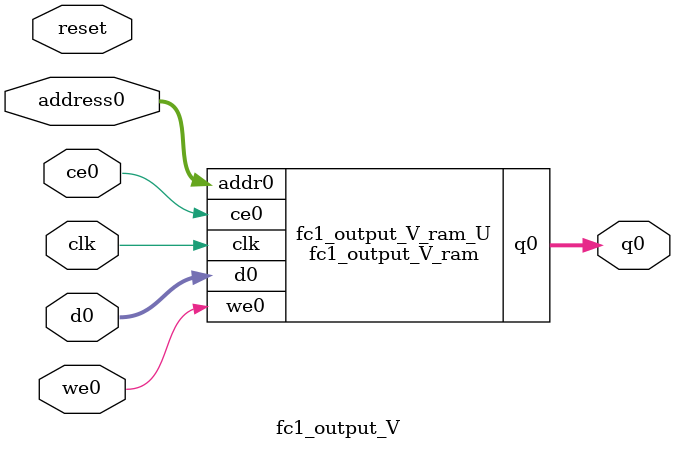
<source format=v>
`timescale 1 ns / 1 ps
module fc1_output_V_ram (addr0, ce0, d0, we0, q0,  clk);

parameter DWIDTH = 16;
parameter AWIDTH = 7;
parameter MEM_SIZE = 120;

input[AWIDTH-1:0] addr0;
input ce0;
input[DWIDTH-1:0] d0;
input we0;
output reg[DWIDTH-1:0] q0;
input clk;

(* ram_style = "block" *)reg [DWIDTH-1:0] ram[0:MEM_SIZE-1];




always @(posedge clk)  
begin 
    if (ce0) 
    begin
        if (we0) 
        begin 
            ram[addr0] <= d0; 
        end 
        q0 <= ram[addr0];
    end
end


endmodule

`timescale 1 ns / 1 ps
module fc1_output_V(
    reset,
    clk,
    address0,
    ce0,
    we0,
    d0,
    q0);

parameter DataWidth = 32'd16;
parameter AddressRange = 32'd120;
parameter AddressWidth = 32'd7;
input reset;
input clk;
input[AddressWidth - 1:0] address0;
input ce0;
input we0;
input[DataWidth - 1:0] d0;
output[DataWidth - 1:0] q0;



fc1_output_V_ram fc1_output_V_ram_U(
    .clk( clk ),
    .addr0( address0 ),
    .ce0( ce0 ),
    .we0( we0 ),
    .d0( d0 ),
    .q0( q0 ));

endmodule


</source>
